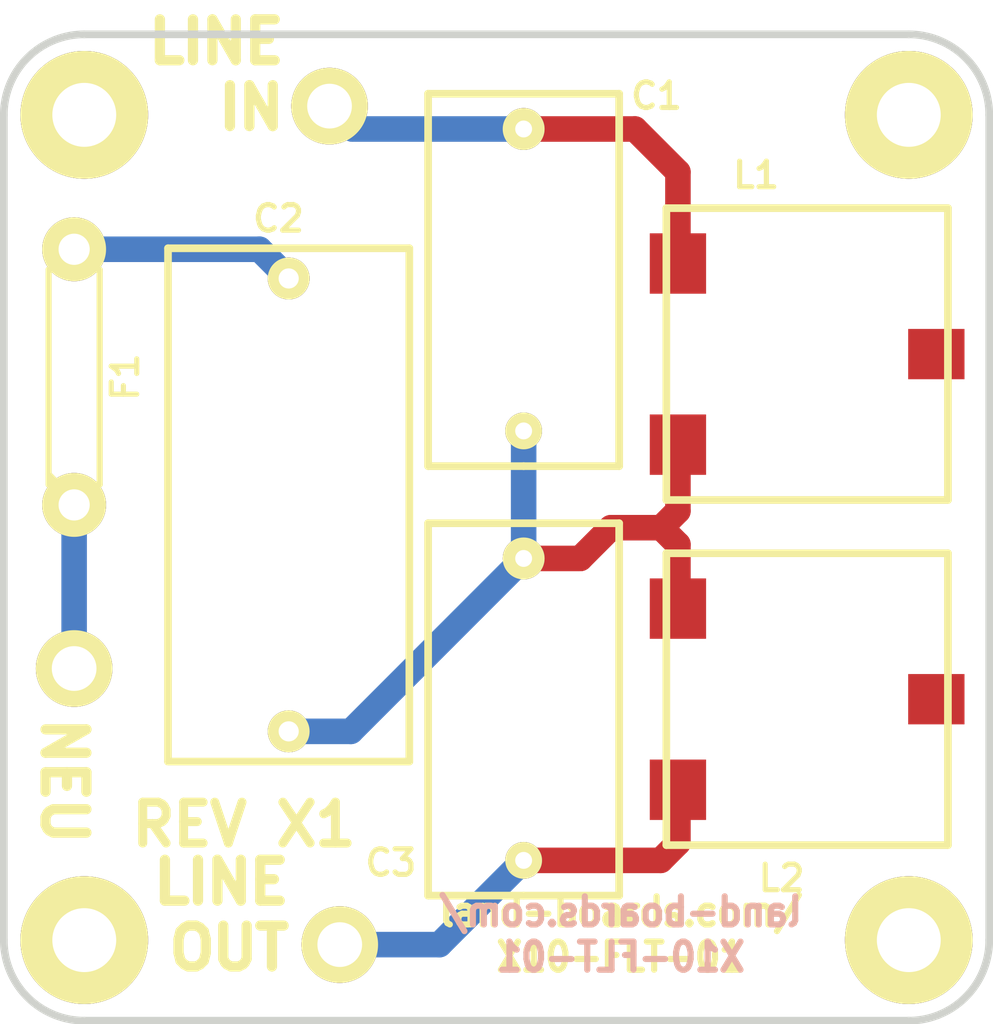
<source format=kicad_pcb>
(kicad_pcb (version 3) (host pcbnew "(2013-07-07 BZR 4022)-stable")

  (general
    (links 10)
    (no_connects 0)
    (area -21.322001 -8.515199 67.442002 49.3804)
    (thickness 1.6002)
    (drawings 26)
    (tracks 23)
    (zones 0)
    (modules 13)
    (nets 6)
  )

  (page A4)
  (layers
    (15 Front signal)
    (0 Back signal)
    (20 B.SilkS user)
    (21 F.SilkS user)
    (22 B.Mask user)
    (23 F.Mask user)
    (24 Dwgs.User user hide)
    (25 Cmts.User user)
    (28 Edge.Cuts user)
  )

  (setup
    (last_trace_width 1.27)
    (user_trace_width 0.635)
    (user_trace_width 1.27)
    (trace_clearance 0.254)
    (zone_clearance 0.3048)
    (zone_45_only no)
    (trace_min 0.2032)
    (segment_width 0.381)
    (edge_width 0.381)
    (via_size 0.889)
    (via_drill 0.635)
    (via_min_size 0.889)
    (via_min_drill 0.508)
    (uvia_size 0.508)
    (uvia_drill 0.127)
    (uvias_allowed no)
    (uvia_min_size 0.508)
    (uvia_min_drill 0.127)
    (pcb_text_width 0.3048)
    (pcb_text_size 1.524 2.032)
    (mod_edge_width 0.381)
    (mod_text_size 1.27 1.27)
    (mod_text_width 0.254)
    (pad_size 3.175 3.175)
    (pad_drill 1.5494)
    (pad_to_mask_clearance 0.254)
    (aux_axis_origin 0 0)
    (visible_elements 7FFFFFBF)
    (pcbplotparams
      (layerselection 284196865)
      (usegerberextensions true)
      (excludeedgelayer true)
      (linewidth 0.150000)
      (plotframeref false)
      (viasonmask false)
      (mode 1)
      (useauxorigin false)
      (hpglpennumber 1)
      (hpglpenspeed 20)
      (hpglpendiameter 15)
      (hpglpenoverlay 0)
      (psnegative false)
      (psa4output false)
      (plotreference true)
      (plotvalue false)
      (plotothertext false)
      (plotinvisibletext false)
      (padsonsilk false)
      (subtractmaskfromsilk false)
      (outputformat 1)
      (mirror false)
      (drillshape 0)
      (scaleselection 1)
      (outputdirectory plots/))
  )

  (net 0 "")
  (net 1 N-000001)
  (net 2 N-000002)
  (net 3 N-000003)
  (net 4 N-000004)
  (net 5 N-000005)

  (net_class Default "This is the default net class."
    (clearance 0.254)
    (trace_width 0.2032)
    (via_dia 0.889)
    (via_drill 0.635)
    (uvia_dia 0.508)
    (uvia_drill 0.127)
    (add_net "")
    (add_net N-000001)
    (add_net N-000002)
    (add_net N-000003)
    (add_net N-000004)
    (add_net N-000005)
  )

  (module MTG-4-40 (layer Front) (tedit 50F036E3) (tstamp 51B4F699)
    (at 45.06 44.99)
    (path /545F8E05)
    (fp_text reference MTG4 (at -6.858 -0.635) (layer F.SilkS) hide
      (effects (font (size 1.27 1.27) (thickness 0.254)))
    )
    (fp_text value MTG_HOLE (at 0 -5.08) (layer F.SilkS) hide
      (effects (font (size 1.524 1.524) (thickness 0.3048)))
    )
    (pad 1 thru_hole circle (at 0 0) (size 6.35 6.35) (drill 3.175)
      (layers *.Cu *.Mask F.SilkS)
    )
  )

  (module MTG-4-40 (layer Front) (tedit 50F036E3) (tstamp 51B4F69E)
    (at 4.06 44.99)
    (path /545F8E18)
    (fp_text reference MTG3 (at -6.858 -0.635) (layer F.SilkS) hide
      (effects (font (size 1.27 1.27) (thickness 0.254)))
    )
    (fp_text value MTG_HOLE (at 0 -5.08) (layer F.SilkS) hide
      (effects (font (size 1.524 1.524) (thickness 0.3048)))
    )
    (pad 1 thru_hole circle (at 0 0) (size 6.35 6.35) (drill 3.175)
      (layers *.Cu *.Mask F.SilkS)
    )
  )

  (module MTG-4-40 (layer Front) (tedit 50F036E3) (tstamp 51B4F6A3)
    (at 45.06 3.99)
    (path /545F8E12)
    (fp_text reference MTG2 (at -6.858 -0.635) (layer F.SilkS) hide
      (effects (font (size 1.27 1.27) (thickness 0.254)))
    )
    (fp_text value MTG_HOLE (at 0 -5.08) (layer F.SilkS) hide
      (effects (font (size 1.524 1.524) (thickness 0.3048)))
    )
    (pad 1 thru_hole circle (at 0 0) (size 6.35 6.35) (drill 3.175)
      (layers *.Cu *.Mask F.SilkS)
    )
  )

  (module MTG-4-40 (layer Front) (tedit 50F036E3) (tstamp 51B4F6A8)
    (at 4.06 3.99)
    (path /545F8E1E)
    (fp_text reference MTG1 (at -6.858 -0.635) (layer F.SilkS) hide
      (effects (font (size 1.27 1.27) (thickness 0.254)))
    )
    (fp_text value MTG_HOLE (at 0 -5.08) (layer F.SilkS) hide
      (effects (font (size 1.524 1.524) (thickness 0.3048)))
    )
    (pad 1 thru_hole circle (at 0 0) (size 6.35 6.35) (drill 3.175)
      (layers *.Cu *.Mask F.SilkS)
    )
  )

  (module C15MM (layer Front) (tedit 545F941F) (tstamp 545F8BD0)
    (at 25.908 12.192 90)
    (path /545B8010)
    (fp_text reference C1 (at 9.144 6.604 180) (layer F.SilkS)
      (effects (font (size 1.27 1.27) (thickness 0.254)))
    )
    (fp_text value 0.22uF (at 0 6.5 90) (layer F.SilkS) hide
      (effects (font (size 1.27 1.27) (thickness 0.254)))
    )
    (fp_line (start 9.25 4.75) (end 9.25 -4.75) (layer F.SilkS) (width 0.381))
    (fp_line (start 9.25 4.75) (end -9.25 4.75) (layer F.SilkS) (width 0.381))
    (fp_line (start -9.25 4.75) (end -9.25 0) (layer F.SilkS) (width 0.381))
    (fp_line (start -9.25 0) (end -9.25 -4.75) (layer F.SilkS) (width 0.381))
    (fp_line (start -9.25 -4.75) (end 9.25 -4.75) (layer F.SilkS) (width 0.381))
    (pad 1 thru_hole circle (at 7.5 0 90) (size 2.0828 2.0828) (drill 0.8382)
      (layers *.Cu *.Mask F.SilkS)
      (net 5 N-000005)
    )
    (pad 2 thru_hole circle (at -7.5 0 90) (size 1.8288 1.8288) (drill 0.8382)
      (layers *.Cu *.Mask F.SilkS)
      (net 4 N-000004)
    )
  )

  (module C15MM (layer Front) (tedit 545F942C) (tstamp 545F8BDB)
    (at 25.908 33.528 90)
    (path /545F7E23)
    (fp_text reference C3 (at -7.62 -6.604 180) (layer F.SilkS)
      (effects (font (size 1.27 1.27) (thickness 0.254)))
    )
    (fp_text value 0.22uF (at 0 6.5 90) (layer F.SilkS) hide
      (effects (font (size 1.27 1.27) (thickness 0.254)))
    )
    (fp_line (start 9.25 4.75) (end 9.25 -4.75) (layer F.SilkS) (width 0.381))
    (fp_line (start 9.25 4.75) (end -9.25 4.75) (layer F.SilkS) (width 0.381))
    (fp_line (start -9.25 4.75) (end -9.25 0) (layer F.SilkS) (width 0.381))
    (fp_line (start -9.25 0) (end -9.25 -4.75) (layer F.SilkS) (width 0.381))
    (fp_line (start -9.25 -4.75) (end 9.25 -4.75) (layer F.SilkS) (width 0.381))
    (pad 1 thru_hole circle (at 7.5 0 90) (size 2.0828 2.0828) (drill 0.8382)
      (layers *.Cu *.Mask F.SilkS)
      (net 4 N-000004)
    )
    (pad 2 thru_hole circle (at -7.5 0 90) (size 1.8288 1.8288) (drill 0.8382)
      (layers *.Cu *.Mask F.SilkS)
      (net 3 N-000003)
    )
  )

  (module L15MM (layer Front) (tedit 545F9259) (tstamp 545F8BC5)
    (at 40.005 33.02 180)
    (path /545F7E29)
    (fp_text reference L2 (at 1.27 -8.89 180) (layer F.SilkS)
      (effects (font (size 1.27 1.27) (thickness 0.254)))
    )
    (fp_text value 8uH (at 0 8.75 180) (layer F.SilkS) hide
      (effects (font (size 1.27 1.27) (thickness 0.254)))
    )
    (fp_line (start -7 -7.25) (end -7 7.25) (layer F.SilkS) (width 0.381))
    (fp_line (start -7 -7.25) (end 7 -7.25) (layer F.SilkS) (width 0.381))
    (fp_line (start 7 -7.25) (end 7 7.25) (layer F.SilkS) (width 0.381))
    (fp_line (start 7 7.25) (end -7 7.25) (layer F.SilkS) (width 0.381))
    (pad 3 smd rect (at -6.425 0 180) (size 2.8 2.5)
      (layers Front F.Mask)
    )
    (pad 1 smd rect (at 6.425 -4.5 180) (size 2.8 3)
      (layers Front F.Mask)
      (net 3 N-000003)
    )
    (pad 2 smd rect (at 6.425 4.5 180) (size 2.8 3)
      (layers Front F.Mask)
      (net 4 N-000004)
    )
  )

  (module L15MM (layer Front) (tedit 545F9260) (tstamp 545F8BBA)
    (at 40.005 15.875 180)
    (path /545B801F)
    (fp_text reference L1 (at 2.54 8.89 180) (layer F.SilkS)
      (effects (font (size 1.27 1.27) (thickness 0.254)))
    )
    (fp_text value 8uH (at 0 8.75 180) (layer F.SilkS) hide
      (effects (font (size 1.27 1.27) (thickness 0.254)))
    )
    (fp_line (start -7 -7.25) (end -7 7.25) (layer F.SilkS) (width 0.381))
    (fp_line (start -7 -7.25) (end 7 -7.25) (layer F.SilkS) (width 0.381))
    (fp_line (start 7 -7.25) (end 7 7.25) (layer F.SilkS) (width 0.381))
    (fp_line (start 7 7.25) (end -7 7.25) (layer F.SilkS) (width 0.381))
    (pad 3 smd rect (at -6.425 0 180) (size 2.8 2.5)
      (layers Front F.Mask)
    )
    (pad 1 smd rect (at 6.425 -4.5 180) (size 2.8 3)
      (layers Front F.Mask)
      (net 4 N-000004)
    )
    (pad 2 smd rect (at 6.425 4.5 180) (size 2.8 3)
      (layers Front F.Mask)
      (net 5 N-000005)
    )
  )

  (module C25MM (layer Front) (tedit 545F9417) (tstamp 545F8DE5)
    (at 14.224 23.368 270)
    (path /545B8064)
    (fp_text reference C2 (at -14.224 0.508 360) (layer F.SilkS)
      (effects (font (size 1.27 1.27) (thickness 0.254)))
    )
    (fp_text value 1uF (at 0.25 7.75 270) (layer F.SilkS) hide
      (effects (font (size 1.27 1.27) (thickness 0.254)))
    )
    (fp_line (start -12.75 6) (end 12.75 6) (layer F.SilkS) (width 0.381))
    (fp_line (start -12.75 -6) (end 12.75 -6) (layer F.SilkS) (width 0.381))
    (fp_line (start 12.75 -6) (end 12.75 6) (layer F.SilkS) (width 0.381))
    (fp_line (start -12.75 6) (end -12.75 -6) (layer F.SilkS) (width 0.381))
    (pad 2 thru_hole circle (at -11.25 0 270) (size 2.0828 2.0828) (drill 1)
      (layers *.Cu *.Mask F.SilkS)
      (net 1 N-000001)
    )
    (pad 1 thru_hole circle (at 11.25 0 270) (size 2.0828 2.0828) (drill 1)
      (layers *.Cu *.Mask F.SilkS)
      (net 4 N-000004)
    )
  )

  (module HOLE-12AWG (layer Front) (tedit 545F97D6) (tstamp 545F8F18)
    (at 16.256 3.556)
    (path /545F7EAA)
    (fp_text reference P1 (at -1.524 -2.54) (layer F.SilkS) hide
      (effects (font (size 1.27 1.27) (thickness 0.254)))
    )
    (fp_text value CONN_1 (at 0 3) (layer F.SilkS) hide
      (effects (font (size 1.524 1.524) (thickness 0.3048)))
    )
    (pad 1 thru_hole circle (at 0 0) (size 3.81 3.81) (drill 2.2225)
      (layers *.Cu *.Mask F.SilkS)
      (net 5 N-000005)
    )
  )

  (module HOLE-12AWG (layer Front) (tedit 545F97D6) (tstamp 545F8F23)
    (at 3.556 31.496)
    (path /545F7EB9)
    (fp_text reference P2 (at -1.524 -2.54) (layer F.SilkS) hide
      (effects (font (size 1.27 1.27) (thickness 0.254)))
    )
    (fp_text value CONN_1 (at 0 3) (layer F.SilkS) hide
      (effects (font (size 1.524 1.524) (thickness 0.3048)))
    )
    (pad 1 thru_hole circle (at 0 0) (size 3.81 3.81) (drill 2.2225)
      (layers *.Cu *.Mask F.SilkS)
      (net 2 N-000002)
    )
  )

  (module HOLE-12AWG (layer Front) (tedit 545F97D6) (tstamp 545F8F2E)
    (at 16.764 45.212)
    (path /545F7EC8)
    (fp_text reference P3 (at -1.524 -2.54) (layer F.SilkS) hide
      (effects (font (size 1.27 1.27) (thickness 0.254)))
    )
    (fp_text value CONN_1 (at 0 3) (layer F.SilkS) hide
      (effects (font (size 1.524 1.524) (thickness 0.3048)))
    )
    (pad 1 thru_hole circle (at 0 0) (size 3.81 3.81) (drill 2.2225)
      (layers *.Cu *.Mask F.SilkS)
      (net 3 N-000003)
    )
  )

  (module FUSE-18AWG (layer Front) (tedit 545F9988) (tstamp 545F8BAF)
    (at 3.556 17.018 90)
    (descr "Resistance 5 pas")
    (tags R)
    (path /545B808D)
    (autoplace_cost180 10)
    (fp_text reference F1 (at 0 2.54 90) (layer F.SilkS)
      (effects (font (size 1.27 1.27) (thickness 0.254)))
    )
    (fp_text value FUSE (at 0 0 90) (layer F.SilkS) hide
      (effects (font (size 1.397 1.27) (thickness 0.2032)))
    )
    (fp_line (start -6.35 0) (end -5.334 0) (layer F.SilkS) (width 0.3048))
    (fp_line (start 6.35 0) (end 5.334 0) (layer F.SilkS) (width 0.3048))
    (fp_line (start 5.334 -1.27) (end 5.334 1.27) (layer F.SilkS) (width 0.3048))
    (fp_line (start 5.334 1.27) (end -5.334 1.27) (layer F.SilkS) (width 0.3048))
    (fp_line (start -5.334 1.27) (end -5.334 -1.27) (layer F.SilkS) (width 0.3048))
    (fp_line (start -5.334 -1.27) (end 5.334 -1.27) (layer F.SilkS) (width 0.3048))
    (fp_line (start -5.334 -0.762) (end -4.826 -1.27) (layer F.SilkS) (width 0.3048))
    (pad 1 thru_hole circle (at -6.35 0 90) (size 3.175 3.175) (drill 1.5494)
      (layers *.Cu *.Mask F.SilkS)
      (net 2 N-000002)
    )
    (pad 2 thru_hole circle (at 6.35 0 90) (size 3.175 3.175) (drill 1.5494)
      (layers *.Cu *.Mask F.SilkS)
      (net 1 N-000001)
    )
    (model discret/resistor.wrl
      (at (xyz 0 0 0))
      (scale (xyz 0.5 0.5 0.5))
      (rotate (xyz 0 0 0))
    )
  )

  (dimension 18.5 (width 0.3048) (layer Dwgs.User)
    (gr_text "18.500 mm" (at 34.6256 12.25 90) (layer Dwgs.User)
      (effects (font (size 2.032 1.524) (thickness 0.3048)))
    )
    (feature1 (pts (xy 30.75 3) (xy 36.2512 3)))
    (feature2 (pts (xy 30.75 21.5) (xy 36.2512 21.5)))
    (crossbar (pts (xy 33 21.5) (xy 33 3)))
    (arrow1a (pts (xy 33 3) (xy 33.58642 4.126503)))
    (arrow1b (pts (xy 33 3) (xy 32.41358 4.126503)))
    (arrow2a (pts (xy 33 21.5) (xy 33.58642 20.373497)))
    (arrow2b (pts (xy 33 21.5) (xy 32.41358 20.373497)))
  )
  (dimension 9.5 (width 0.3048) (layer Dwgs.User)
    (gr_text "9.500 mm" (at 25.75 0.124401) (layer Dwgs.User)
      (effects (font (size 2.032 1.524) (thickness 0.3048)))
    )
    (feature1 (pts (xy 30.5 3) (xy 30.5 -1.501199)))
    (feature2 (pts (xy 21 3) (xy 21 -1.501199)))
    (crossbar (pts (xy 21 1.750001) (xy 30.5 1.750001)))
    (arrow1a (pts (xy 30.5 1.750001) (xy 29.373497 2.336421)))
    (arrow1b (pts (xy 30.5 1.750001) (xy 29.373497 1.163581)))
    (arrow2a (pts (xy 21 1.750001) (xy 22.126503 2.336421)))
    (arrow2b (pts (xy 21 1.750001) (xy 22.126503 1.163581)))
  )
  (dimension 22.5 (width 0.3048) (layer Dwgs.User)
    (gr_text "22.500 mm" (at 10.6244 23.5 90) (layer Dwgs.User)
      (effects (font (size 2.032 1.524) (thickness 0.3048)))
    )
    (feature1 (pts (xy 14.25 12.25) (xy 8.9988 12.25)))
    (feature2 (pts (xy 14.25 34.75) (xy 8.9988 34.75)))
    (crossbar (pts (xy 12.25 34.75) (xy 12.25 12.25)))
    (arrow1a (pts (xy 12.25 12.25) (xy 12.83642 13.376503)))
    (arrow1b (pts (xy 12.25 12.25) (xy 11.66358 13.376503)))
    (arrow2a (pts (xy 12.25 34.75) (xy 12.83642 33.623497)))
    (arrow2b (pts (xy 12.25 34.75) (xy 11.66358 33.623497)))
  )
  (dimension 25.5 (width 0.3048) (layer Dwgs.User)
    (gr_text "25.500 mm" (at 12.1256 23.5 90) (layer Dwgs.User)
      (effects (font (size 2.032 1.524) (thickness 0.3048)))
    )
    (feature1 (pts (xy 8.25 10.75) (xy 13.7512 10.75)))
    (feature2 (pts (xy 8.25 36.25) (xy 13.7512 36.25)))
    (crossbar (pts (xy 10.5 36.25) (xy 10.5 10.75)))
    (arrow1a (pts (xy 10.5 10.75) (xy 11.08642 11.876503)))
    (arrow1b (pts (xy 10.5 10.75) (xy 9.91358 11.876503)))
    (arrow2a (pts (xy 10.5 36.25) (xy 11.08642 35.123497)))
    (arrow2b (pts (xy 10.5 36.25) (xy 9.91358 35.123497)))
  )
  (dimension 12 (width 0.3048) (layer Dwgs.User)
    (gr_text "12.000 mm" (at 14.25 30.624401) (layer Dwgs.User)
      (effects (font (size 2.032 1.524) (thickness 0.3048)))
    )
    (feature1 (pts (xy 20.25 36) (xy 20.25 28.998801)))
    (feature2 (pts (xy 8.25 36) (xy 8.25 28.998801)))
    (crossbar (pts (xy 8.25 32.250001) (xy 20.25 32.250001)))
    (arrow1a (pts (xy 20.25 32.250001) (xy 19.123497 32.836421)))
    (arrow1b (pts (xy 20.25 32.250001) (xy 19.123497 31.663581)))
    (arrow2a (pts (xy 8.25 32.250001) (xy 9.376503 32.836421)))
    (arrow2b (pts (xy 8.25 32.250001) (xy 9.376503 31.663581)))
  )
  (gr_text "REV X1" (at 12 39.25) (layer F.SilkS)
    (effects (font (size 2.032 2.032) (thickness 0.4445)))
  )
  (gr_text "LINE\nOUT" (at 14.5 43.75) (layer F.SilkS)
    (effects (font (size 2.032 2.032) (thickness 0.508)) (justify right))
  )
  (gr_text NEU (at 3.048 37.084 270) (layer F.SilkS)
    (effects (font (size 2.032 2.032) (thickness 0.508)))
  )
  (gr_text "LINE\nIN" (at 14.25 2) (layer F.SilkS)
    (effects (font (size 2.032 2.032) (thickness 0.508)) (justify right))
  )
  (dimension 41 (width 0.3048) (layer Dwgs.User)
    (gr_text "41.000 mm" (at 60.6856 24.49 90) (layer Dwgs.User)
      (effects (font (size 2.032 1.524) (thickness 0.3048)))
    )
    (feature1 (pts (xy 45.06 3.99) (xy 62.3112 3.99)))
    (feature2 (pts (xy 45.06 44.99) (xy 62.3112 44.99)))
    (crossbar (pts (xy 59.06 44.99) (xy 59.06 3.99)))
    (arrow1a (pts (xy 59.06 3.99) (xy 59.64642 5.116503)))
    (arrow1b (pts (xy 59.06 3.99) (xy 58.47358 5.116503)))
    (arrow2a (pts (xy 59.06 44.99) (xy 59.64642 43.863497)))
    (arrow2b (pts (xy 59.06 44.99) (xy 58.47358 43.863497)))
  )
  (gr_text "land-boards.com/\nX10-FLT-01" (at 30.734 44.704) (layer F.SilkS)
    (effects (font (size 1.397 1.27) (thickness 0.3048)))
  )
  (gr_line (start 29.972 49.022) (end 35.56 49.022) (angle 90) (layer Dwgs.User) (width 0.381))
  (dimension 41 (width 0.3048) (layer Dwgs.User)
    (gr_text "41.000 mm" (at -14.5656 24.49 90) (layer Dwgs.User)
      (effects (font (size 2.032 1.524) (thickness 0.3048)))
    )
    (feature1 (pts (xy 4.06 3.99) (xy -16.1912 3.99)))
    (feature2 (pts (xy 4.06 44.99) (xy -16.1912 44.99)))
    (crossbar (pts (xy -12.94 44.99) (xy -12.94 3.99)))
    (arrow1a (pts (xy -12.94 3.99) (xy -12.35358 5.116503)))
    (arrow1b (pts (xy -12.94 3.99) (xy -13.52642 5.116503)))
    (arrow2a (pts (xy -12.94 44.99) (xy -12.35358 43.863497)))
    (arrow2b (pts (xy -12.94 44.99) (xy -13.52642 43.863497)))
  )
  (dimension 4 (width 0.3048) (layer Dwgs.User)
    (gr_text "4.000 mm" (at 2.06 -6.635599) (layer Dwgs.User)
      (effects (font (size 2.032 1.524) (thickness 0.3048)))
    )
    (feature1 (pts (xy 0.06 3.99) (xy 0.06 -8.261199)))
    (feature2 (pts (xy 4.06 3.99) (xy 4.06 -8.261199)))
    (crossbar (pts (xy 4.06 -5.009999) (xy 0.06 -5.009999)))
    (arrow1a (pts (xy 0.06 -5.009999) (xy 1.186503 -5.596419)))
    (arrow1b (pts (xy 0.06 -5.009999) (xy 1.186503 -4.423579)))
    (arrow2a (pts (xy 4.06 -5.009999) (xy 2.933497 -5.596419)))
    (arrow2b (pts (xy 4.06 -5.009999) (xy 2.933497 -4.423579)))
  )
  (dimension 4 (width 0.3048) (layer Dwgs.User)
    (gr_text "4.000 mm" (at -6.5656 1.99 90) (layer Dwgs.User)
      (effects (font (size 2.032 1.524) (thickness 0.3048)))
    )
    (feature1 (pts (xy 4.06 -0.01) (xy -8.1912 -0.01)))
    (feature2 (pts (xy 4.06 3.99) (xy -8.1912 3.99)))
    (crossbar (pts (xy -4.94 3.99) (xy -4.94 -0.01)))
    (arrow1a (pts (xy -4.94 -0.01) (xy -4.35358 1.116503)))
    (arrow1b (pts (xy -4.94 -0.01) (xy -5.52642 1.116503)))
    (arrow2a (pts (xy -4.94 3.99) (xy -4.35358 2.863497)))
    (arrow2b (pts (xy -4.94 3.99) (xy -5.52642 2.863497)))
  )
  (gr_text "land-boards.com/\nX10-FLT-01" (at 30.734 44.704) (layer B.SilkS)
    (effects (font (size 1.397 1.27) (thickness 0.3048)) (justify mirror))
  )
  (gr_line (start 49.06 44.99) (end 49.06 3.99) (angle 90) (layer Edge.Cuts) (width 0.381))
  (gr_line (start 4.06 48.99) (end 45.06 48.99) (angle 90) (layer Edge.Cuts) (width 0.381))
  (gr_line (start 0.06 3.99) (end 0.06 44.99) (angle 90) (layer Edge.Cuts) (width 0.381))
  (gr_line (start 45.06 -0.01) (end 4.06 -0.01) (angle 90) (layer Edge.Cuts) (width 0.381))
  (gr_arc (start 4.06 44.99) (end 4.06 48.99) (angle 90) (layer Edge.Cuts) (width 0.381))
  (gr_arc (start 45.06 44.99) (end 49.06 44.99) (angle 90) (layer Edge.Cuts) (width 0.381))
  (gr_arc (start 45.06 3.99) (end 45.06 -0.01) (angle 90) (layer Edge.Cuts) (width 0.381))
  (gr_arc (start 4.06 3.99) (end 0.06 3.99) (angle 90) (layer Edge.Cuts) (width 0.381))
  (dimension 49 (width 0.3048) (layer Dwgs.User)
    (gr_text "49.000 mm" (at -3.5656 24.49 90) (layer Dwgs.User)
      (effects (font (size 2.032 1.524) (thickness 0.3048)))
    )
    (feature1 (pts (xy 0.06 -0.01) (xy -5.1912 -0.01)))
    (feature2 (pts (xy 0.06 48.99) (xy -5.1912 48.99)))
    (crossbar (pts (xy -1.94 48.99) (xy -1.94 -0.01)))
    (arrow1a (pts (xy -1.94 -0.01) (xy -1.35358 1.116503)))
    (arrow1b (pts (xy -1.94 -0.01) (xy -2.52642 1.116503)))
    (arrow2a (pts (xy -1.94 48.99) (xy -1.35358 47.863497)))
    (arrow2b (pts (xy -1.94 48.99) (xy -2.52642 47.863497)))
  )
  (dimension 49 (width 0.3048) (layer Dwgs.User)
    (gr_text "49.000 mm" (at 24.56 -3.635599) (layer Dwgs.User)
      (effects (font (size 2.032 1.524) (thickness 0.3048)))
    )
    (feature1 (pts (xy 49.06 -0.01) (xy 49.06 -5.261199)))
    (feature2 (pts (xy 0.06 -0.01) (xy 0.06 -5.261199)))
    (crossbar (pts (xy 0.06 -2.009999) (xy 49.06 -2.009999)))
    (arrow1a (pts (xy 49.06 -2.009999) (xy 47.933497 -1.423579)))
    (arrow1b (pts (xy 49.06 -2.009999) (xy 47.933497 -2.596419)))
    (arrow2a (pts (xy 0.06 -2.009999) (xy 1.186503 -1.423579)))
    (arrow2b (pts (xy 0.06 -2.009999) (xy 1.186503 -2.596419)))
  )

  (segment (start 3.556 10.668) (end 12.774 10.668) (width 1.27) (layer Back) (net 1))
  (segment (start 12.774 10.668) (end 14.224 12.118) (width 1.27) (layer Back) (net 1) (tstamp 545FAE76))
  (segment (start 3.556 31.496) (end 3.556 23.368) (width 1.27) (layer Back) (net 2))
  (segment (start 25.908 41.028) (end 32.722 41.028) (width 1.27) (layer Front) (net 3))
  (segment (start 33.58 40.17) (end 33.58 37.52) (width 1.27) (layer Front) (net 3) (tstamp 545FAE8C))
  (segment (start 32.722 41.028) (end 33.58 40.17) (width 1.27) (layer Front) (net 3) (tstamp 545FAE88))
  (segment (start 16.764 45.212) (end 21.724 45.212) (width 1.27) (layer Back) (net 3))
  (segment (start 21.724 45.212) (end 25.908 41.028) (width 1.27) (layer Back) (net 3) (tstamp 545FAE60))
  (segment (start 33.58 28.52) (end 33.58 25.33) (width 1.27) (layer Front) (net 4))
  (segment (start 33.58 25.33) (end 32.75 24.5) (width 1.27) (layer Front) (net 4) (tstamp 545FAEAA))
  (segment (start 25.908 26.028) (end 28.722 26.028) (width 1.27) (layer Front) (net 4))
  (segment (start 28.722 26.028) (end 30.25 24.5) (width 1.27) (layer Front) (net 4) (tstamp 545FAE9B))
  (segment (start 30.25 24.5) (end 32.75 24.5) (width 1.27) (layer Front) (net 4) (tstamp 545FAE9F))
  (segment (start 33.58 23.67) (end 33.58 20.375) (width 1.27) (layer Front) (net 4) (tstamp 545FAEA2))
  (segment (start 32.75 24.5) (end 33.58 23.67) (width 1.27) (layer Front) (net 4) (tstamp 545FAEA1))
  (segment (start 25.908 19.692) (end 25.908 26.028) (width 1.27) (layer Back) (net 4))
  (segment (start 14.224 34.618) (end 17.318 34.618) (width 1.27) (layer Back) (net 4))
  (segment (start 17.318 34.618) (end 25.908 26.028) (width 1.27) (layer Back) (net 4) (tstamp 545FAE54))
  (segment (start 25.908 4.692) (end 31.442 4.692) (width 1.27) (layer Front) (net 5))
  (segment (start 33.58 6.83) (end 33.58 11.375) (width 1.27) (layer Front) (net 5) (tstamp 545FAECE))
  (segment (start 31.442 4.692) (end 33.58 6.83) (width 1.27) (layer Front) (net 5) (tstamp 545FAECD))
  (segment (start 25.908 4.692) (end 17.392 4.692) (width 1.27) (layer Back) (net 5))
  (segment (start 17.392 4.692) (end 16.256 3.556) (width 1.27) (layer Back) (net 5) (tstamp 545FAE6E))

)

</source>
